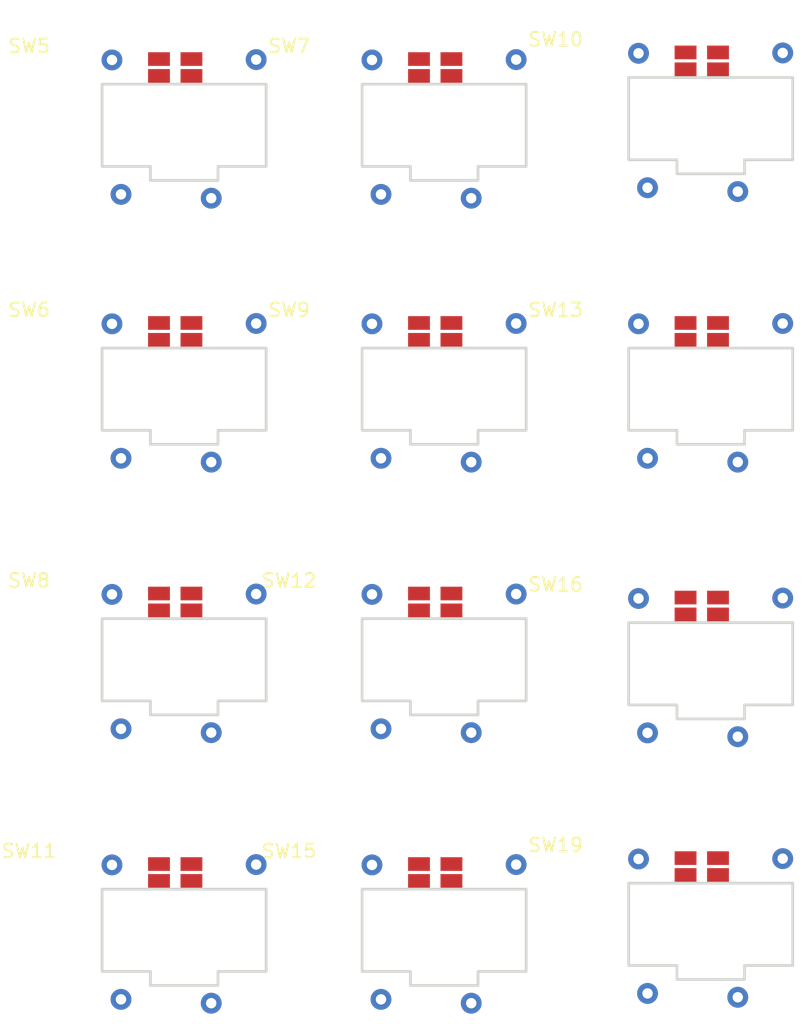
<source format=kicad_pcb>
(kicad_pcb (version 20171130) (host pcbnew "(5.1.6)-1")

  (general
    (thickness 1.6)
    (drawings 0)
    (tracks 0)
    (zones 0)
    (modules 12)
    (nets 1)
  )

  (page A4)
  (layers
    (0 F.Cu signal)
    (31 B.Cu signal)
    (32 B.Adhes user)
    (33 F.Adhes user)
    (34 B.Paste user)
    (35 F.Paste user)
    (36 B.SilkS user)
    (37 F.SilkS user)
    (38 B.Mask user)
    (39 F.Mask user)
    (40 Dwgs.User user)
    (41 Cmts.User user)
    (42 Eco1.User user)
    (43 Eco2.User user)
    (44 Edge.Cuts user)
    (45 Margin user)
    (46 B.CrtYd user)
    (47 F.CrtYd user)
    (48 B.Fab user)
    (49 F.Fab user)
  )

  (setup
    (last_trace_width 0.25)
    (trace_clearance 0.2)
    (zone_clearance 0.508)
    (zone_45_only no)
    (trace_min 0.2)
    (via_size 0.8)
    (via_drill 0.4)
    (via_min_size 0.4)
    (via_min_drill 0.3)
    (uvia_size 0.3)
    (uvia_drill 0.1)
    (uvias_allowed no)
    (uvia_min_size 0.2)
    (uvia_min_drill 0.1)
    (edge_width 0.05)
    (segment_width 0.2)
    (pcb_text_width 0.3)
    (pcb_text_size 1.5 1.5)
    (mod_edge_width 0.12)
    (mod_text_size 1 1)
    (mod_text_width 0.15)
    (pad_size 1.524 1.524)
    (pad_drill 0.762)
    (pad_to_mask_clearance 0.05)
    (aux_axis_origin 0 0)
    (visible_elements FFFFFF7F)
    (pcbplotparams
      (layerselection 0x010fc_ffffffff)
      (usegerberextensions false)
      (usegerberattributes true)
      (usegerberadvancedattributes true)
      (creategerberjobfile true)
      (excludeedgelayer true)
      (linewidth 0.100000)
      (plotframeref false)
      (viasonmask false)
      (mode 1)
      (useauxorigin false)
      (hpglpennumber 1)
      (hpglpenspeed 20)
      (hpglpendiameter 15.000000)
      (psnegative false)
      (psa4output false)
      (plotreference true)
      (plotvalue true)
      (plotinvisibletext false)
      (padsonsilk false)
      (subtractmaskfromsilk false)
      (outputformat 1)
      (mirror false)
      (drillshape 1)
      (scaleselection 1)
      (outputdirectory ""))
  )

  (net 0 "")

  (net_class Default "This is the default net class."
    (clearance 0.2)
    (trace_width 0.25)
    (via_dia 0.8)
    (via_drill 0.4)
    (uvia_dia 0.3)
    (uvia_drill 0.1)
  )

  (module keil:KeilLP (layer F.Cu) (tedit 5F77A015) (tstamp 5F7813BB)
    (at 100.33 49.53)
    (path /5F781BC8)
    (fp_text reference SW5 (at -6.0706 -1.016) (layer F.SilkS)
      (effects (font (size 1 1) (thickness 0.15)))
    )
    (fp_text value 1 (at -6.0706 -3.048) (layer F.Fab)
      (effects (font (size 1 1) (thickness 0.15)))
    )
    (fp_arc (start 11.539877 10.545637) (end 11.539877 11.545637) (angle -90) (layer Dwgs.User) (width 0.2))
    (fp_arc (start -0.960123 -0.954363) (end -0.960123 -1.954363) (angle -90) (layer Dwgs.User) (width 0.2))
    (fp_arc (start -0.960123 10.545637) (end -1.960123 10.545637) (angle -90) (layer Dwgs.User) (width 0.2))
    (fp_arc (start 11.539877 -0.954363) (end 12.539877 -0.954363) (angle -90) (layer Dwgs.User) (width 0.2))
    (fp_line (start 7.760533 7.78795) (end 7.760533 8.810334) (layer Edge.Cuts) (width 0.2))
    (fp_circle (center 0.0026 -0.017581) (end 1.0026 -0.017581) (layer Dwgs.User) (width 0.2))
    (fp_line (start -0.722838 7.78795) (end 2.814898 7.78795) (layer Edge.Cuts) (width 0.2))
    (fp_line (start 11.287006 1.770574) (end 11.287006 7.78795) (layer Edge.Cuts) (width 0.2))
    (fp_line (start 2.814898 7.78795) (end 2.814898 8.810334) (layer Edge.Cuts) (width 0.2))
    (fp_line (start 2.814898 8.810334) (end 7.760533 8.810334) (layer Edge.Cuts) (width 0.2))
    (fp_circle (center 0.666793 9.830114) (end 1.666793 9.830114) (layer Dwgs.User) (width 0.2))
    (fp_circle (center 7.262551 10.111839) (end 8.262551 10.111839) (layer Dwgs.User) (width 0.2))
    (fp_line (start 7.760533 7.78795) (end 11.287006 7.78795) (layer Edge.Cuts) (width 0.2))
    (fp_line (start -0.722838 1.770574) (end 11.287006 1.770574) (layer Edge.Cuts) (width 0.2))
    (fp_line (start -0.722838 1.770574) (end -0.722838 7.78795) (layer Edge.Cuts) (width 0.2))
    (fp_circle (center 10.564704 -0.017581) (end 11.564704 -0.017581) (layer Dwgs.User) (width 0.2))
    (fp_circle (center 0.010393 -0.001206) (end 0.610393 -0.001206) (layer Dwgs.User) (width 0.2))
    (fp_circle (center 10.572497 -0.001206) (end 11.172497 -0.001206) (layer Dwgs.User) (width 0.2))
    (fp_circle (center 7.270344 10.128214) (end 7.870344 10.128214) (layer Dwgs.User) (width 0.2))
    (fp_circle (center 0.674586 9.846489) (end 1.274586 9.846489) (layer Dwgs.User) (width 0.2))
    (fp_line (start -1.960123 -0.954363) (end -1.960123 10.545637) (layer Dwgs.User) (width 0.2))
    (fp_line (start -0.960123 11.545637) (end 11.539877 11.545637) (layer Dwgs.User) (width 0.2))
    (fp_line (start 12.539877 -0.954363) (end 12.539877 10.545637) (layer Dwgs.User) (width 0.2))
    (fp_line (start -0.960123 -1.954363) (end 11.539877 -1.954363) (layer Dwgs.User) (width 0.2))
    (pad 8 smd rect (at 3.4417 1.1684) (size 1.6 1) (layers F.Cu F.Paste F.Mask))
    (pad 7 smd rect (at 5.8166 1.1684) (size 1.6 1) (layers F.Cu F.Paste F.Mask))
    (pad 6 smd rect (at 5.8166 -0.0635) (size 1.6 1) (layers F.Cu F.Paste F.Mask))
    (pad 5 smd rect (at 3.4417 -0.0635) (size 1.6 1) (layers F.Cu F.Paste F.Mask))
    (pad 2 thru_hole circle (at 7.2644 10.1092) (size 1.524 1.524) (drill 0.762) (layers *.Cu *.Mask))
    (pad 1 thru_hole circle (at 0.6604 9.8298) (size 1.524 1.524) (drill 0.762) (layers *.Cu *.Mask))
    (pad 4 thru_hole circle (at 10.5537 -0.0254) (size 1.524 1.524) (drill 0.762) (layers *.Cu *.Mask))
    (pad 3 thru_hole circle (at 0 0) (size 1.524 1.524) (drill 0.762) (layers *.Cu *.Mask))
    (model C:/Users/ccadic/CloudStation/keysfoot/kailhkey.STEP
      (offset (xyz 19 -4 3))
      (scale (xyz 1 1 1))
      (rotate (xyz 90 180 -90))
    )
  )

  (module keil:KeilLP (layer F.Cu) (tedit 5F77A015) (tstamp 5F7813DF)
    (at 100.33 68.824364)
    (path /5F78C101)
    (fp_text reference SW6 (at -6.0706 -1.016) (layer F.SilkS)
      (effects (font (size 1 1) (thickness 0.15)))
    )
    (fp_text value 1 (at -6.0706 -3.048) (layer F.Fab)
      (effects (font (size 1 1) (thickness 0.15)))
    )
    (fp_line (start -0.960123 -1.954363) (end 11.539877 -1.954363) (layer Dwgs.User) (width 0.2))
    (fp_line (start 12.539877 -0.954363) (end 12.539877 10.545637) (layer Dwgs.User) (width 0.2))
    (fp_line (start -0.960123 11.545637) (end 11.539877 11.545637) (layer Dwgs.User) (width 0.2))
    (fp_line (start -1.960123 -0.954363) (end -1.960123 10.545637) (layer Dwgs.User) (width 0.2))
    (fp_circle (center 0.674586 9.846489) (end 1.274586 9.846489) (layer Dwgs.User) (width 0.2))
    (fp_circle (center 7.270344 10.128214) (end 7.870344 10.128214) (layer Dwgs.User) (width 0.2))
    (fp_circle (center 10.572497 -0.001206) (end 11.172497 -0.001206) (layer Dwgs.User) (width 0.2))
    (fp_circle (center 0.010393 -0.001206) (end 0.610393 -0.001206) (layer Dwgs.User) (width 0.2))
    (fp_circle (center 10.564704 -0.017581) (end 11.564704 -0.017581) (layer Dwgs.User) (width 0.2))
    (fp_line (start -0.722838 1.770574) (end -0.722838 7.78795) (layer Edge.Cuts) (width 0.2))
    (fp_line (start -0.722838 1.770574) (end 11.287006 1.770574) (layer Edge.Cuts) (width 0.2))
    (fp_line (start 7.760533 7.78795) (end 11.287006 7.78795) (layer Edge.Cuts) (width 0.2))
    (fp_circle (center 7.262551 10.111839) (end 8.262551 10.111839) (layer Dwgs.User) (width 0.2))
    (fp_circle (center 0.666793 9.830114) (end 1.666793 9.830114) (layer Dwgs.User) (width 0.2))
    (fp_line (start 2.814898 8.810334) (end 7.760533 8.810334) (layer Edge.Cuts) (width 0.2))
    (fp_line (start 2.814898 7.78795) (end 2.814898 8.810334) (layer Edge.Cuts) (width 0.2))
    (fp_line (start 11.287006 1.770574) (end 11.287006 7.78795) (layer Edge.Cuts) (width 0.2))
    (fp_line (start -0.722838 7.78795) (end 2.814898 7.78795) (layer Edge.Cuts) (width 0.2))
    (fp_circle (center 0.0026 -0.017581) (end 1.0026 -0.017581) (layer Dwgs.User) (width 0.2))
    (fp_line (start 7.760533 7.78795) (end 7.760533 8.810334) (layer Edge.Cuts) (width 0.2))
    (fp_arc (start 11.539877 -0.954363) (end 12.539877 -0.954363) (angle -90) (layer Dwgs.User) (width 0.2))
    (fp_arc (start -0.960123 10.545637) (end -1.960123 10.545637) (angle -90) (layer Dwgs.User) (width 0.2))
    (fp_arc (start -0.960123 -0.954363) (end -0.960123 -1.954363) (angle -90) (layer Dwgs.User) (width 0.2))
    (fp_arc (start 11.539877 10.545637) (end 11.539877 11.545637) (angle -90) (layer Dwgs.User) (width 0.2))
    (pad 3 thru_hole circle (at 0 0) (size 1.524 1.524) (drill 0.762) (layers *.Cu *.Mask))
    (pad 4 thru_hole circle (at 10.5537 -0.0254) (size 1.524 1.524) (drill 0.762) (layers *.Cu *.Mask))
    (pad 1 thru_hole circle (at 0.6604 9.8298) (size 1.524 1.524) (drill 0.762) (layers *.Cu *.Mask))
    (pad 2 thru_hole circle (at 7.2644 10.1092) (size 1.524 1.524) (drill 0.762) (layers *.Cu *.Mask))
    (pad 5 smd rect (at 3.4417 -0.0635) (size 1.6 1) (layers F.Cu F.Paste F.Mask))
    (pad 6 smd rect (at 5.8166 -0.0635) (size 1.6 1) (layers F.Cu F.Paste F.Mask))
    (pad 7 smd rect (at 5.8166 1.1684) (size 1.6 1) (layers F.Cu F.Paste F.Mask))
    (pad 8 smd rect (at 3.4417 1.1684) (size 1.6 1) (layers F.Cu F.Paste F.Mask))
    (model C:/Users/ccadic/CloudStation/keysfoot/kailhkey.STEP
      (offset (xyz 19 -4 3))
      (scale (xyz 1 1 1))
      (rotate (xyz 90 180 -90))
    )
  )

  (module keil:KeilLP (layer F.Cu) (tedit 5F77A015) (tstamp 5F781403)
    (at 119.360124 49.53)
    (path /5F78C151)
    (fp_text reference SW7 (at -6.0706 -1.016) (layer F.SilkS)
      (effects (font (size 1 1) (thickness 0.15)))
    )
    (fp_text value 1 (at -6.0706 -3.048) (layer F.Fab)
      (effects (font (size 1 1) (thickness 0.15)))
    )
    (fp_line (start -0.960123 -1.954363) (end 11.539877 -1.954363) (layer Dwgs.User) (width 0.2))
    (fp_line (start 12.539877 -0.954363) (end 12.539877 10.545637) (layer Dwgs.User) (width 0.2))
    (fp_line (start -0.960123 11.545637) (end 11.539877 11.545637) (layer Dwgs.User) (width 0.2))
    (fp_line (start -1.960123 -0.954363) (end -1.960123 10.545637) (layer Dwgs.User) (width 0.2))
    (fp_circle (center 0.674586 9.846489) (end 1.274586 9.846489) (layer Dwgs.User) (width 0.2))
    (fp_circle (center 7.270344 10.128214) (end 7.870344 10.128214) (layer Dwgs.User) (width 0.2))
    (fp_circle (center 10.572497 -0.001206) (end 11.172497 -0.001206) (layer Dwgs.User) (width 0.2))
    (fp_circle (center 0.010393 -0.001206) (end 0.610393 -0.001206) (layer Dwgs.User) (width 0.2))
    (fp_circle (center 10.564704 -0.017581) (end 11.564704 -0.017581) (layer Dwgs.User) (width 0.2))
    (fp_line (start -0.722838 1.770574) (end -0.722838 7.78795) (layer Edge.Cuts) (width 0.2))
    (fp_line (start -0.722838 1.770574) (end 11.287006 1.770574) (layer Edge.Cuts) (width 0.2))
    (fp_line (start 7.760533 7.78795) (end 11.287006 7.78795) (layer Edge.Cuts) (width 0.2))
    (fp_circle (center 7.262551 10.111839) (end 8.262551 10.111839) (layer Dwgs.User) (width 0.2))
    (fp_circle (center 0.666793 9.830114) (end 1.666793 9.830114) (layer Dwgs.User) (width 0.2))
    (fp_line (start 2.814898 8.810334) (end 7.760533 8.810334) (layer Edge.Cuts) (width 0.2))
    (fp_line (start 2.814898 7.78795) (end 2.814898 8.810334) (layer Edge.Cuts) (width 0.2))
    (fp_line (start 11.287006 1.770574) (end 11.287006 7.78795) (layer Edge.Cuts) (width 0.2))
    (fp_line (start -0.722838 7.78795) (end 2.814898 7.78795) (layer Edge.Cuts) (width 0.2))
    (fp_circle (center 0.0026 -0.017581) (end 1.0026 -0.017581) (layer Dwgs.User) (width 0.2))
    (fp_line (start 7.760533 7.78795) (end 7.760533 8.810334) (layer Edge.Cuts) (width 0.2))
    (fp_arc (start 11.539877 -0.954363) (end 12.539877 -0.954363) (angle -90) (layer Dwgs.User) (width 0.2))
    (fp_arc (start -0.960123 10.545637) (end -1.960123 10.545637) (angle -90) (layer Dwgs.User) (width 0.2))
    (fp_arc (start -0.960123 -0.954363) (end -0.960123 -1.954363) (angle -90) (layer Dwgs.User) (width 0.2))
    (fp_arc (start 11.539877 10.545637) (end 11.539877 11.545637) (angle -90) (layer Dwgs.User) (width 0.2))
    (pad 3 thru_hole circle (at 0 0) (size 1.524 1.524) (drill 0.762) (layers *.Cu *.Mask))
    (pad 4 thru_hole circle (at 10.5537 -0.0254) (size 1.524 1.524) (drill 0.762) (layers *.Cu *.Mask))
    (pad 1 thru_hole circle (at 0.6604 9.8298) (size 1.524 1.524) (drill 0.762) (layers *.Cu *.Mask))
    (pad 2 thru_hole circle (at 7.2644 10.1092) (size 1.524 1.524) (drill 0.762) (layers *.Cu *.Mask))
    (pad 5 smd rect (at 3.4417 -0.0635) (size 1.6 1) (layers F.Cu F.Paste F.Mask))
    (pad 6 smd rect (at 5.8166 -0.0635) (size 1.6 1) (layers F.Cu F.Paste F.Mask))
    (pad 7 smd rect (at 5.8166 1.1684) (size 1.6 1) (layers F.Cu F.Paste F.Mask))
    (pad 8 smd rect (at 3.4417 1.1684) (size 1.6 1) (layers F.Cu F.Paste F.Mask))
    (model C:/Users/ccadic/CloudStation/keysfoot/kailhkey.STEP
      (offset (xyz 19 -4 3))
      (scale (xyz 1 1 1))
      (rotate (xyz 90 180 -90))
    )
  )

  (module keil:KeilLP (layer F.Cu) (tedit 5F77A015) (tstamp 5F781427)
    (at 100.33 88.604364)
    (path /5F781BD2)
    (fp_text reference SW8 (at -6.0706 -1.016) (layer F.SilkS)
      (effects (font (size 1 1) (thickness 0.15)))
    )
    (fp_text value 2 (at -6.0706 -3.048) (layer F.Fab)
      (effects (font (size 1 1) (thickness 0.15)))
    )
    (fp_line (start -0.960123 -1.954363) (end 11.539877 -1.954363) (layer Dwgs.User) (width 0.2))
    (fp_line (start 12.539877 -0.954363) (end 12.539877 10.545637) (layer Dwgs.User) (width 0.2))
    (fp_line (start -0.960123 11.545637) (end 11.539877 11.545637) (layer Dwgs.User) (width 0.2))
    (fp_line (start -1.960123 -0.954363) (end -1.960123 10.545637) (layer Dwgs.User) (width 0.2))
    (fp_circle (center 0.674586 9.846489) (end 1.274586 9.846489) (layer Dwgs.User) (width 0.2))
    (fp_circle (center 7.270344 10.128214) (end 7.870344 10.128214) (layer Dwgs.User) (width 0.2))
    (fp_circle (center 10.572497 -0.001206) (end 11.172497 -0.001206) (layer Dwgs.User) (width 0.2))
    (fp_circle (center 0.010393 -0.001206) (end 0.610393 -0.001206) (layer Dwgs.User) (width 0.2))
    (fp_circle (center 10.564704 -0.017581) (end 11.564704 -0.017581) (layer Dwgs.User) (width 0.2))
    (fp_line (start -0.722838 1.770574) (end -0.722838 7.78795) (layer Edge.Cuts) (width 0.2))
    (fp_line (start -0.722838 1.770574) (end 11.287006 1.770574) (layer Edge.Cuts) (width 0.2))
    (fp_line (start 7.760533 7.78795) (end 11.287006 7.78795) (layer Edge.Cuts) (width 0.2))
    (fp_circle (center 7.262551 10.111839) (end 8.262551 10.111839) (layer Dwgs.User) (width 0.2))
    (fp_circle (center 0.666793 9.830114) (end 1.666793 9.830114) (layer Dwgs.User) (width 0.2))
    (fp_line (start 2.814898 8.810334) (end 7.760533 8.810334) (layer Edge.Cuts) (width 0.2))
    (fp_line (start 2.814898 7.78795) (end 2.814898 8.810334) (layer Edge.Cuts) (width 0.2))
    (fp_line (start 11.287006 1.770574) (end 11.287006 7.78795) (layer Edge.Cuts) (width 0.2))
    (fp_line (start -0.722838 7.78795) (end 2.814898 7.78795) (layer Edge.Cuts) (width 0.2))
    (fp_circle (center 0.0026 -0.017581) (end 1.0026 -0.017581) (layer Dwgs.User) (width 0.2))
    (fp_line (start 7.760533 7.78795) (end 7.760533 8.810334) (layer Edge.Cuts) (width 0.2))
    (fp_arc (start 11.539877 -0.954363) (end 12.539877 -0.954363) (angle -90) (layer Dwgs.User) (width 0.2))
    (fp_arc (start -0.960123 10.545637) (end -1.960123 10.545637) (angle -90) (layer Dwgs.User) (width 0.2))
    (fp_arc (start -0.960123 -0.954363) (end -0.960123 -1.954363) (angle -90) (layer Dwgs.User) (width 0.2))
    (fp_arc (start 11.539877 10.545637) (end 11.539877 11.545637) (angle -90) (layer Dwgs.User) (width 0.2))
    (pad 3 thru_hole circle (at 0 0) (size 1.524 1.524) (drill 0.762) (layers *.Cu *.Mask))
    (pad 4 thru_hole circle (at 10.5537 -0.0254) (size 1.524 1.524) (drill 0.762) (layers *.Cu *.Mask))
    (pad 1 thru_hole circle (at 0.6604 9.8298) (size 1.524 1.524) (drill 0.762) (layers *.Cu *.Mask))
    (pad 2 thru_hole circle (at 7.2644 10.1092) (size 1.524 1.524) (drill 0.762) (layers *.Cu *.Mask))
    (pad 5 smd rect (at 3.4417 -0.0635) (size 1.6 1) (layers F.Cu F.Paste F.Mask))
    (pad 6 smd rect (at 5.8166 -0.0635) (size 1.6 1) (layers F.Cu F.Paste F.Mask))
    (pad 7 smd rect (at 5.8166 1.1684) (size 1.6 1) (layers F.Cu F.Paste F.Mask))
    (pad 8 smd rect (at 3.4417 1.1684) (size 1.6 1) (layers F.Cu F.Paste F.Mask))
    (model C:/Users/ccadic/CloudStation/keysfoot/kailhkey.STEP
      (offset (xyz 19 -4 3))
      (scale (xyz 1 1 1))
      (rotate (xyz 90 180 -90))
    )
  )

  (module keil:KeilLP (layer F.Cu) (tedit 5F77A015) (tstamp 5F78144B)
    (at 119.360124 68.824364)
    (path /5F78C10B)
    (fp_text reference SW9 (at -6.0706 -1.016) (layer F.SilkS)
      (effects (font (size 1 1) (thickness 0.15)))
    )
    (fp_text value 2 (at -6.0706 -3.048) (layer F.Fab)
      (effects (font (size 1 1) (thickness 0.15)))
    )
    (fp_arc (start 11.539877 10.545637) (end 11.539877 11.545637) (angle -90) (layer Dwgs.User) (width 0.2))
    (fp_arc (start -0.960123 -0.954363) (end -0.960123 -1.954363) (angle -90) (layer Dwgs.User) (width 0.2))
    (fp_arc (start -0.960123 10.545637) (end -1.960123 10.545637) (angle -90) (layer Dwgs.User) (width 0.2))
    (fp_arc (start 11.539877 -0.954363) (end 12.539877 -0.954363) (angle -90) (layer Dwgs.User) (width 0.2))
    (fp_line (start 7.760533 7.78795) (end 7.760533 8.810334) (layer Edge.Cuts) (width 0.2))
    (fp_circle (center 0.0026 -0.017581) (end 1.0026 -0.017581) (layer Dwgs.User) (width 0.2))
    (fp_line (start -0.722838 7.78795) (end 2.814898 7.78795) (layer Edge.Cuts) (width 0.2))
    (fp_line (start 11.287006 1.770574) (end 11.287006 7.78795) (layer Edge.Cuts) (width 0.2))
    (fp_line (start 2.814898 7.78795) (end 2.814898 8.810334) (layer Edge.Cuts) (width 0.2))
    (fp_line (start 2.814898 8.810334) (end 7.760533 8.810334) (layer Edge.Cuts) (width 0.2))
    (fp_circle (center 0.666793 9.830114) (end 1.666793 9.830114) (layer Dwgs.User) (width 0.2))
    (fp_circle (center 7.262551 10.111839) (end 8.262551 10.111839) (layer Dwgs.User) (width 0.2))
    (fp_line (start 7.760533 7.78795) (end 11.287006 7.78795) (layer Edge.Cuts) (width 0.2))
    (fp_line (start -0.722838 1.770574) (end 11.287006 1.770574) (layer Edge.Cuts) (width 0.2))
    (fp_line (start -0.722838 1.770574) (end -0.722838 7.78795) (layer Edge.Cuts) (width 0.2))
    (fp_circle (center 10.564704 -0.017581) (end 11.564704 -0.017581) (layer Dwgs.User) (width 0.2))
    (fp_circle (center 0.010393 -0.001206) (end 0.610393 -0.001206) (layer Dwgs.User) (width 0.2))
    (fp_circle (center 10.572497 -0.001206) (end 11.172497 -0.001206) (layer Dwgs.User) (width 0.2))
    (fp_circle (center 7.270344 10.128214) (end 7.870344 10.128214) (layer Dwgs.User) (width 0.2))
    (fp_circle (center 0.674586 9.846489) (end 1.274586 9.846489) (layer Dwgs.User) (width 0.2))
    (fp_line (start -1.960123 -0.954363) (end -1.960123 10.545637) (layer Dwgs.User) (width 0.2))
    (fp_line (start -0.960123 11.545637) (end 11.539877 11.545637) (layer Dwgs.User) (width 0.2))
    (fp_line (start 12.539877 -0.954363) (end 12.539877 10.545637) (layer Dwgs.User) (width 0.2))
    (fp_line (start -0.960123 -1.954363) (end 11.539877 -1.954363) (layer Dwgs.User) (width 0.2))
    (pad 8 smd rect (at 3.4417 1.1684) (size 1.6 1) (layers F.Cu F.Paste F.Mask))
    (pad 7 smd rect (at 5.8166 1.1684) (size 1.6 1) (layers F.Cu F.Paste F.Mask))
    (pad 6 smd rect (at 5.8166 -0.0635) (size 1.6 1) (layers F.Cu F.Paste F.Mask))
    (pad 5 smd rect (at 3.4417 -0.0635) (size 1.6 1) (layers F.Cu F.Paste F.Mask))
    (pad 2 thru_hole circle (at 7.2644 10.1092) (size 1.524 1.524) (drill 0.762) (layers *.Cu *.Mask))
    (pad 1 thru_hole circle (at 0.6604 9.8298) (size 1.524 1.524) (drill 0.762) (layers *.Cu *.Mask))
    (pad 4 thru_hole circle (at 10.5537 -0.0254) (size 1.524 1.524) (drill 0.762) (layers *.Cu *.Mask))
    (pad 3 thru_hole circle (at 0 0) (size 1.524 1.524) (drill 0.762) (layers *.Cu *.Mask))
    (model C:/Users/ccadic/CloudStation/keysfoot/kailhkey.STEP
      (offset (xyz 19 -4 3))
      (scale (xyz 1 1 1))
      (rotate (xyz 90 180 -90))
    )
  )

  (module keil:KeilLP (layer F.Cu) (tedit 5F77A015) (tstamp 5F78146F)
    (at 138.870124 49.044364)
    (path /5F78C15B)
    (fp_text reference SW10 (at -6.0706 -1.016) (layer F.SilkS)
      (effects (font (size 1 1) (thickness 0.15)))
    )
    (fp_text value 2 (at -6.0706 -3.048) (layer F.Fab)
      (effects (font (size 1 1) (thickness 0.15)))
    )
    (fp_arc (start 11.539877 10.545637) (end 11.539877 11.545637) (angle -90) (layer Dwgs.User) (width 0.2))
    (fp_arc (start -0.960123 -0.954363) (end -0.960123 -1.954363) (angle -90) (layer Dwgs.User) (width 0.2))
    (fp_arc (start -0.960123 10.545637) (end -1.960123 10.545637) (angle -90) (layer Dwgs.User) (width 0.2))
    (fp_arc (start 11.539877 -0.954363) (end 12.539877 -0.954363) (angle -90) (layer Dwgs.User) (width 0.2))
    (fp_line (start 7.760533 7.78795) (end 7.760533 8.810334) (layer Edge.Cuts) (width 0.2))
    (fp_circle (center 0.0026 -0.017581) (end 1.0026 -0.017581) (layer Dwgs.User) (width 0.2))
    (fp_line (start -0.722838 7.78795) (end 2.814898 7.78795) (layer Edge.Cuts) (width 0.2))
    (fp_line (start 11.287006 1.770574) (end 11.287006 7.78795) (layer Edge.Cuts) (width 0.2))
    (fp_line (start 2.814898 7.78795) (end 2.814898 8.810334) (layer Edge.Cuts) (width 0.2))
    (fp_line (start 2.814898 8.810334) (end 7.760533 8.810334) (layer Edge.Cuts) (width 0.2))
    (fp_circle (center 0.666793 9.830114) (end 1.666793 9.830114) (layer Dwgs.User) (width 0.2))
    (fp_circle (center 7.262551 10.111839) (end 8.262551 10.111839) (layer Dwgs.User) (width 0.2))
    (fp_line (start 7.760533 7.78795) (end 11.287006 7.78795) (layer Edge.Cuts) (width 0.2))
    (fp_line (start -0.722838 1.770574) (end 11.287006 1.770574) (layer Edge.Cuts) (width 0.2))
    (fp_line (start -0.722838 1.770574) (end -0.722838 7.78795) (layer Edge.Cuts) (width 0.2))
    (fp_circle (center 10.564704 -0.017581) (end 11.564704 -0.017581) (layer Dwgs.User) (width 0.2))
    (fp_circle (center 0.010393 -0.001206) (end 0.610393 -0.001206) (layer Dwgs.User) (width 0.2))
    (fp_circle (center 10.572497 -0.001206) (end 11.172497 -0.001206) (layer Dwgs.User) (width 0.2))
    (fp_circle (center 7.270344 10.128214) (end 7.870344 10.128214) (layer Dwgs.User) (width 0.2))
    (fp_circle (center 0.674586 9.846489) (end 1.274586 9.846489) (layer Dwgs.User) (width 0.2))
    (fp_line (start -1.960123 -0.954363) (end -1.960123 10.545637) (layer Dwgs.User) (width 0.2))
    (fp_line (start -0.960123 11.545637) (end 11.539877 11.545637) (layer Dwgs.User) (width 0.2))
    (fp_line (start 12.539877 -0.954363) (end 12.539877 10.545637) (layer Dwgs.User) (width 0.2))
    (fp_line (start -0.960123 -1.954363) (end 11.539877 -1.954363) (layer Dwgs.User) (width 0.2))
    (pad 8 smd rect (at 3.4417 1.1684) (size 1.6 1) (layers F.Cu F.Paste F.Mask))
    (pad 7 smd rect (at 5.8166 1.1684) (size 1.6 1) (layers F.Cu F.Paste F.Mask))
    (pad 6 smd rect (at 5.8166 -0.0635) (size 1.6 1) (layers F.Cu F.Paste F.Mask))
    (pad 5 smd rect (at 3.4417 -0.0635) (size 1.6 1) (layers F.Cu F.Paste F.Mask))
    (pad 2 thru_hole circle (at 7.2644 10.1092) (size 1.524 1.524) (drill 0.762) (layers *.Cu *.Mask))
    (pad 1 thru_hole circle (at 0.6604 9.8298) (size 1.524 1.524) (drill 0.762) (layers *.Cu *.Mask))
    (pad 4 thru_hole circle (at 10.5537 -0.0254) (size 1.524 1.524) (drill 0.762) (layers *.Cu *.Mask))
    (pad 3 thru_hole circle (at 0 0) (size 1.524 1.524) (drill 0.762) (layers *.Cu *.Mask))
    (model C:/Users/ccadic/CloudStation/keysfoot/kailhkey.STEP
      (offset (xyz 19 -4 3))
      (scale (xyz 1 1 1))
      (rotate (xyz 90 180 -90))
    )
  )

  (module keil:KeilLP (layer F.Cu) (tedit 5F77A015) (tstamp 5F781493)
    (at 100.33 108.384364)
    (path /5F781BDC)
    (fp_text reference SW11 (at -6.0706 -1.016) (layer F.SilkS)
      (effects (font (size 1 1) (thickness 0.15)))
    )
    (fp_text value 3 (at -6.0706 -3.048) (layer F.Fab)
      (effects (font (size 1 1) (thickness 0.15)))
    )
    (fp_arc (start 11.539877 10.545637) (end 11.539877 11.545637) (angle -90) (layer Dwgs.User) (width 0.2))
    (fp_arc (start -0.960123 -0.954363) (end -0.960123 -1.954363) (angle -90) (layer Dwgs.User) (width 0.2))
    (fp_arc (start -0.960123 10.545637) (end -1.960123 10.545637) (angle -90) (layer Dwgs.User) (width 0.2))
    (fp_arc (start 11.539877 -0.954363) (end 12.539877 -0.954363) (angle -90) (layer Dwgs.User) (width 0.2))
    (fp_line (start 7.760533 7.78795) (end 7.760533 8.810334) (layer Edge.Cuts) (width 0.2))
    (fp_circle (center 0.0026 -0.017581) (end 1.0026 -0.017581) (layer Dwgs.User) (width 0.2))
    (fp_line (start -0.722838 7.78795) (end 2.814898 7.78795) (layer Edge.Cuts) (width 0.2))
    (fp_line (start 11.287006 1.770574) (end 11.287006 7.78795) (layer Edge.Cuts) (width 0.2))
    (fp_line (start 2.814898 7.78795) (end 2.814898 8.810334) (layer Edge.Cuts) (width 0.2))
    (fp_line (start 2.814898 8.810334) (end 7.760533 8.810334) (layer Edge.Cuts) (width 0.2))
    (fp_circle (center 0.666793 9.830114) (end 1.666793 9.830114) (layer Dwgs.User) (width 0.2))
    (fp_circle (center 7.262551 10.111839) (end 8.262551 10.111839) (layer Dwgs.User) (width 0.2))
    (fp_line (start 7.760533 7.78795) (end 11.287006 7.78795) (layer Edge.Cuts) (width 0.2))
    (fp_line (start -0.722838 1.770574) (end 11.287006 1.770574) (layer Edge.Cuts) (width 0.2))
    (fp_line (start -0.722838 1.770574) (end -0.722838 7.78795) (layer Edge.Cuts) (width 0.2))
    (fp_circle (center 10.564704 -0.017581) (end 11.564704 -0.017581) (layer Dwgs.User) (width 0.2))
    (fp_circle (center 0.010393 -0.001206) (end 0.610393 -0.001206) (layer Dwgs.User) (width 0.2))
    (fp_circle (center 10.572497 -0.001206) (end 11.172497 -0.001206) (layer Dwgs.User) (width 0.2))
    (fp_circle (center 7.270344 10.128214) (end 7.870344 10.128214) (layer Dwgs.User) (width 0.2))
    (fp_circle (center 0.674586 9.846489) (end 1.274586 9.846489) (layer Dwgs.User) (width 0.2))
    (fp_line (start -1.960123 -0.954363) (end -1.960123 10.545637) (layer Dwgs.User) (width 0.2))
    (fp_line (start -0.960123 11.545637) (end 11.539877 11.545637) (layer Dwgs.User) (width 0.2))
    (fp_line (start 12.539877 -0.954363) (end 12.539877 10.545637) (layer Dwgs.User) (width 0.2))
    (fp_line (start -0.960123 -1.954363) (end 11.539877 -1.954363) (layer Dwgs.User) (width 0.2))
    (pad 8 smd rect (at 3.4417 1.1684) (size 1.6 1) (layers F.Cu F.Paste F.Mask))
    (pad 7 smd rect (at 5.8166 1.1684) (size 1.6 1) (layers F.Cu F.Paste F.Mask))
    (pad 6 smd rect (at 5.8166 -0.0635) (size 1.6 1) (layers F.Cu F.Paste F.Mask))
    (pad 5 smd rect (at 3.4417 -0.0635) (size 1.6 1) (layers F.Cu F.Paste F.Mask))
    (pad 2 thru_hole circle (at 7.2644 10.1092) (size 1.524 1.524) (drill 0.762) (layers *.Cu *.Mask))
    (pad 1 thru_hole circle (at 0.6604 9.8298) (size 1.524 1.524) (drill 0.762) (layers *.Cu *.Mask))
    (pad 4 thru_hole circle (at 10.5537 -0.0254) (size 1.524 1.524) (drill 0.762) (layers *.Cu *.Mask))
    (pad 3 thru_hole circle (at 0 0) (size 1.524 1.524) (drill 0.762) (layers *.Cu *.Mask))
    (model C:/Users/ccadic/CloudStation/keysfoot/kailhkey.STEP
      (offset (xyz 19 -4 3))
      (scale (xyz 1 1 1))
      (rotate (xyz 90 180 -90))
    )
  )

  (module keil:KeilLP (layer F.Cu) (tedit 5F77A015) (tstamp 5F7814B7)
    (at 119.360124 88.604364)
    (path /5F78C115)
    (fp_text reference SW12 (at -6.0706 -1.016) (layer F.SilkS)
      (effects (font (size 1 1) (thickness 0.15)))
    )
    (fp_text value 3 (at -6.0706 -3.048) (layer F.Fab)
      (effects (font (size 1 1) (thickness 0.15)))
    )
    (fp_line (start -0.960123 -1.954363) (end 11.539877 -1.954363) (layer Dwgs.User) (width 0.2))
    (fp_line (start 12.539877 -0.954363) (end 12.539877 10.545637) (layer Dwgs.User) (width 0.2))
    (fp_line (start -0.960123 11.545637) (end 11.539877 11.545637) (layer Dwgs.User) (width 0.2))
    (fp_line (start -1.960123 -0.954363) (end -1.960123 10.545637) (layer Dwgs.User) (width 0.2))
    (fp_circle (center 0.674586 9.846489) (end 1.274586 9.846489) (layer Dwgs.User) (width 0.2))
    (fp_circle (center 7.270344 10.128214) (end 7.870344 10.128214) (layer Dwgs.User) (width 0.2))
    (fp_circle (center 10.572497 -0.001206) (end 11.172497 -0.001206) (layer Dwgs.User) (width 0.2))
    (fp_circle (center 0.010393 -0.001206) (end 0.610393 -0.001206) (layer Dwgs.User) (width 0.2))
    (fp_circle (center 10.564704 -0.017581) (end 11.564704 -0.017581) (layer Dwgs.User) (width 0.2))
    (fp_line (start -0.722838 1.770574) (end -0.722838 7.78795) (layer Edge.Cuts) (width 0.2))
    (fp_line (start -0.722838 1.770574) (end 11.287006 1.770574) (layer Edge.Cuts) (width 0.2))
    (fp_line (start 7.760533 7.78795) (end 11.287006 7.78795) (layer Edge.Cuts) (width 0.2))
    (fp_circle (center 7.262551 10.111839) (end 8.262551 10.111839) (layer Dwgs.User) (width 0.2))
    (fp_circle (center 0.666793 9.830114) (end 1.666793 9.830114) (layer Dwgs.User) (width 0.2))
    (fp_line (start 2.814898 8.810334) (end 7.760533 8.810334) (layer Edge.Cuts) (width 0.2))
    (fp_line (start 2.814898 7.78795) (end 2.814898 8.810334) (layer Edge.Cuts) (width 0.2))
    (fp_line (start 11.287006 1.770574) (end 11.287006 7.78795) (layer Edge.Cuts) (width 0.2))
    (fp_line (start -0.722838 7.78795) (end 2.814898 7.78795) (layer Edge.Cuts) (width 0.2))
    (fp_circle (center 0.0026 -0.017581) (end 1.0026 -0.017581) (layer Dwgs.User) (width 0.2))
    (fp_line (start 7.760533 7.78795) (end 7.760533 8.810334) (layer Edge.Cuts) (width 0.2))
    (fp_arc (start 11.539877 -0.954363) (end 12.539877 -0.954363) (angle -90) (layer Dwgs.User) (width 0.2))
    (fp_arc (start -0.960123 10.545637) (end -1.960123 10.545637) (angle -90) (layer Dwgs.User) (width 0.2))
    (fp_arc (start -0.960123 -0.954363) (end -0.960123 -1.954363) (angle -90) (layer Dwgs.User) (width 0.2))
    (fp_arc (start 11.539877 10.545637) (end 11.539877 11.545637) (angle -90) (layer Dwgs.User) (width 0.2))
    (pad 3 thru_hole circle (at 0 0) (size 1.524 1.524) (drill 0.762) (layers *.Cu *.Mask))
    (pad 4 thru_hole circle (at 10.5537 -0.0254) (size 1.524 1.524) (drill 0.762) (layers *.Cu *.Mask))
    (pad 1 thru_hole circle (at 0.6604 9.8298) (size 1.524 1.524) (drill 0.762) (layers *.Cu *.Mask))
    (pad 2 thru_hole circle (at 7.2644 10.1092) (size 1.524 1.524) (drill 0.762) (layers *.Cu *.Mask))
    (pad 5 smd rect (at 3.4417 -0.0635) (size 1.6 1) (layers F.Cu F.Paste F.Mask))
    (pad 6 smd rect (at 5.8166 -0.0635) (size 1.6 1) (layers F.Cu F.Paste F.Mask))
    (pad 7 smd rect (at 5.8166 1.1684) (size 1.6 1) (layers F.Cu F.Paste F.Mask))
    (pad 8 smd rect (at 3.4417 1.1684) (size 1.6 1) (layers F.Cu F.Paste F.Mask))
    (model C:/Users/ccadic/CloudStation/keysfoot/kailhkey.STEP
      (offset (xyz 19 -4 3))
      (scale (xyz 1 1 1))
      (rotate (xyz 90 180 -90))
    )
  )

  (module keil:KeilLP (layer F.Cu) (tedit 5F77A015) (tstamp 5F7814DB)
    (at 138.870124 68.824364)
    (path /5F78C165)
    (fp_text reference SW13 (at -6.0706 -1.016) (layer F.SilkS)
      (effects (font (size 1 1) (thickness 0.15)))
    )
    (fp_text value 3 (at -6.0706 -3.048) (layer F.Fab)
      (effects (font (size 1 1) (thickness 0.15)))
    )
    (fp_line (start -0.960123 -1.954363) (end 11.539877 -1.954363) (layer Dwgs.User) (width 0.2))
    (fp_line (start 12.539877 -0.954363) (end 12.539877 10.545637) (layer Dwgs.User) (width 0.2))
    (fp_line (start -0.960123 11.545637) (end 11.539877 11.545637) (layer Dwgs.User) (width 0.2))
    (fp_line (start -1.960123 -0.954363) (end -1.960123 10.545637) (layer Dwgs.User) (width 0.2))
    (fp_circle (center 0.674586 9.846489) (end 1.274586 9.846489) (layer Dwgs.User) (width 0.2))
    (fp_circle (center 7.270344 10.128214) (end 7.870344 10.128214) (layer Dwgs.User) (width 0.2))
    (fp_circle (center 10.572497 -0.001206) (end 11.172497 -0.001206) (layer Dwgs.User) (width 0.2))
    (fp_circle (center 0.010393 -0.001206) (end 0.610393 -0.001206) (layer Dwgs.User) (width 0.2))
    (fp_circle (center 10.564704 -0.017581) (end 11.564704 -0.017581) (layer Dwgs.User) (width 0.2))
    (fp_line (start -0.722838 1.770574) (end -0.722838 7.78795) (layer Edge.Cuts) (width 0.2))
    (fp_line (start -0.722838 1.770574) (end 11.287006 1.770574) (layer Edge.Cuts) (width 0.2))
    (fp_line (start 7.760533 7.78795) (end 11.287006 7.78795) (layer Edge.Cuts) (width 0.2))
    (fp_circle (center 7.262551 10.111839) (end 8.262551 10.111839) (layer Dwgs.User) (width 0.2))
    (fp_circle (center 0.666793 9.830114) (end 1.666793 9.830114) (layer Dwgs.User) (width 0.2))
    (fp_line (start 2.814898 8.810334) (end 7.760533 8.810334) (layer Edge.Cuts) (width 0.2))
    (fp_line (start 2.814898 7.78795) (end 2.814898 8.810334) (layer Edge.Cuts) (width 0.2))
    (fp_line (start 11.287006 1.770574) (end 11.287006 7.78795) (layer Edge.Cuts) (width 0.2))
    (fp_line (start -0.722838 7.78795) (end 2.814898 7.78795) (layer Edge.Cuts) (width 0.2))
    (fp_circle (center 0.0026 -0.017581) (end 1.0026 -0.017581) (layer Dwgs.User) (width 0.2))
    (fp_line (start 7.760533 7.78795) (end 7.760533 8.810334) (layer Edge.Cuts) (width 0.2))
    (fp_arc (start 11.539877 -0.954363) (end 12.539877 -0.954363) (angle -90) (layer Dwgs.User) (width 0.2))
    (fp_arc (start -0.960123 10.545637) (end -1.960123 10.545637) (angle -90) (layer Dwgs.User) (width 0.2))
    (fp_arc (start -0.960123 -0.954363) (end -0.960123 -1.954363) (angle -90) (layer Dwgs.User) (width 0.2))
    (fp_arc (start 11.539877 10.545637) (end 11.539877 11.545637) (angle -90) (layer Dwgs.User) (width 0.2))
    (pad 3 thru_hole circle (at 0 0) (size 1.524 1.524) (drill 0.762) (layers *.Cu *.Mask))
    (pad 4 thru_hole circle (at 10.5537 -0.0254) (size 1.524 1.524) (drill 0.762) (layers *.Cu *.Mask))
    (pad 1 thru_hole circle (at 0.6604 9.8298) (size 1.524 1.524) (drill 0.762) (layers *.Cu *.Mask))
    (pad 2 thru_hole circle (at 7.2644 10.1092) (size 1.524 1.524) (drill 0.762) (layers *.Cu *.Mask))
    (pad 5 smd rect (at 3.4417 -0.0635) (size 1.6 1) (layers F.Cu F.Paste F.Mask))
    (pad 6 smd rect (at 5.8166 -0.0635) (size 1.6 1) (layers F.Cu F.Paste F.Mask))
    (pad 7 smd rect (at 5.8166 1.1684) (size 1.6 1) (layers F.Cu F.Paste F.Mask))
    (pad 8 smd rect (at 3.4417 1.1684) (size 1.6 1) (layers F.Cu F.Paste F.Mask))
    (model C:/Users/ccadic/CloudStation/keysfoot/kailhkey.STEP
      (offset (xyz 19 -4 3))
      (scale (xyz 1 1 1))
      (rotate (xyz 90 180 -90))
    )
  )

  (module keil:KeilLP (layer F.Cu) (tedit 5F77A015) (tstamp 5F781523)
    (at 119.360124 108.384364)
    (path /5F78C11F)
    (fp_text reference SW15 (at -6.0706 -1.016) (layer F.SilkS)
      (effects (font (size 1 1) (thickness 0.15)))
    )
    (fp_text value 4 (at -6.0706 -3.048) (layer F.Fab)
      (effects (font (size 1 1) (thickness 0.15)))
    )
    (fp_arc (start 11.539877 10.545637) (end 11.539877 11.545637) (angle -90) (layer Dwgs.User) (width 0.2))
    (fp_arc (start -0.960123 -0.954363) (end -0.960123 -1.954363) (angle -90) (layer Dwgs.User) (width 0.2))
    (fp_arc (start -0.960123 10.545637) (end -1.960123 10.545637) (angle -90) (layer Dwgs.User) (width 0.2))
    (fp_arc (start 11.539877 -0.954363) (end 12.539877 -0.954363) (angle -90) (layer Dwgs.User) (width 0.2))
    (fp_line (start 7.760533 7.78795) (end 7.760533 8.810334) (layer Edge.Cuts) (width 0.2))
    (fp_circle (center 0.0026 -0.017581) (end 1.0026 -0.017581) (layer Dwgs.User) (width 0.2))
    (fp_line (start -0.722838 7.78795) (end 2.814898 7.78795) (layer Edge.Cuts) (width 0.2))
    (fp_line (start 11.287006 1.770574) (end 11.287006 7.78795) (layer Edge.Cuts) (width 0.2))
    (fp_line (start 2.814898 7.78795) (end 2.814898 8.810334) (layer Edge.Cuts) (width 0.2))
    (fp_line (start 2.814898 8.810334) (end 7.760533 8.810334) (layer Edge.Cuts) (width 0.2))
    (fp_circle (center 0.666793 9.830114) (end 1.666793 9.830114) (layer Dwgs.User) (width 0.2))
    (fp_circle (center 7.262551 10.111839) (end 8.262551 10.111839) (layer Dwgs.User) (width 0.2))
    (fp_line (start 7.760533 7.78795) (end 11.287006 7.78795) (layer Edge.Cuts) (width 0.2))
    (fp_line (start -0.722838 1.770574) (end 11.287006 1.770574) (layer Edge.Cuts) (width 0.2))
    (fp_line (start -0.722838 1.770574) (end -0.722838 7.78795) (layer Edge.Cuts) (width 0.2))
    (fp_circle (center 10.564704 -0.017581) (end 11.564704 -0.017581) (layer Dwgs.User) (width 0.2))
    (fp_circle (center 0.010393 -0.001206) (end 0.610393 -0.001206) (layer Dwgs.User) (width 0.2))
    (fp_circle (center 10.572497 -0.001206) (end 11.172497 -0.001206) (layer Dwgs.User) (width 0.2))
    (fp_circle (center 7.270344 10.128214) (end 7.870344 10.128214) (layer Dwgs.User) (width 0.2))
    (fp_circle (center 0.674586 9.846489) (end 1.274586 9.846489) (layer Dwgs.User) (width 0.2))
    (fp_line (start -1.960123 -0.954363) (end -1.960123 10.545637) (layer Dwgs.User) (width 0.2))
    (fp_line (start -0.960123 11.545637) (end 11.539877 11.545637) (layer Dwgs.User) (width 0.2))
    (fp_line (start 12.539877 -0.954363) (end 12.539877 10.545637) (layer Dwgs.User) (width 0.2))
    (fp_line (start -0.960123 -1.954363) (end 11.539877 -1.954363) (layer Dwgs.User) (width 0.2))
    (pad 8 smd rect (at 3.4417 1.1684) (size 1.6 1) (layers F.Cu F.Paste F.Mask))
    (pad 7 smd rect (at 5.8166 1.1684) (size 1.6 1) (layers F.Cu F.Paste F.Mask))
    (pad 6 smd rect (at 5.8166 -0.0635) (size 1.6 1) (layers F.Cu F.Paste F.Mask))
    (pad 5 smd rect (at 3.4417 -0.0635) (size 1.6 1) (layers F.Cu F.Paste F.Mask))
    (pad 2 thru_hole circle (at 7.2644 10.1092) (size 1.524 1.524) (drill 0.762) (layers *.Cu *.Mask))
    (pad 1 thru_hole circle (at 0.6604 9.8298) (size 1.524 1.524) (drill 0.762) (layers *.Cu *.Mask))
    (pad 4 thru_hole circle (at 10.5537 -0.0254) (size 1.524 1.524) (drill 0.762) (layers *.Cu *.Mask))
    (pad 3 thru_hole circle (at 0 0) (size 1.524 1.524) (drill 0.762) (layers *.Cu *.Mask))
    (model C:/Users/ccadic/CloudStation/keysfoot/kailhkey.STEP
      (offset (xyz 19 -4 3))
      (scale (xyz 1 1 1))
      (rotate (xyz 90 180 -90))
    )
  )

  (module keil:KeilLP (layer F.Cu) (tedit 5F77A015) (tstamp 5F781547)
    (at 138.870124 88.9)
    (path /5F78C16F)
    (fp_text reference SW16 (at -6.0706 -1.016) (layer F.SilkS)
      (effects (font (size 1 1) (thickness 0.15)))
    )
    (fp_text value 4 (at -6.0706 -3.048) (layer F.Fab)
      (effects (font (size 1 1) (thickness 0.15)))
    )
    (fp_arc (start 11.539877 10.545637) (end 11.539877 11.545637) (angle -90) (layer Dwgs.User) (width 0.2))
    (fp_arc (start -0.960123 -0.954363) (end -0.960123 -1.954363) (angle -90) (layer Dwgs.User) (width 0.2))
    (fp_arc (start -0.960123 10.545637) (end -1.960123 10.545637) (angle -90) (layer Dwgs.User) (width 0.2))
    (fp_arc (start 11.539877 -0.954363) (end 12.539877 -0.954363) (angle -90) (layer Dwgs.User) (width 0.2))
    (fp_line (start 7.760533 7.78795) (end 7.760533 8.810334) (layer Edge.Cuts) (width 0.2))
    (fp_circle (center 0.0026 -0.017581) (end 1.0026 -0.017581) (layer Dwgs.User) (width 0.2))
    (fp_line (start -0.722838 7.78795) (end 2.814898 7.78795) (layer Edge.Cuts) (width 0.2))
    (fp_line (start 11.287006 1.770574) (end 11.287006 7.78795) (layer Edge.Cuts) (width 0.2))
    (fp_line (start 2.814898 7.78795) (end 2.814898 8.810334) (layer Edge.Cuts) (width 0.2))
    (fp_line (start 2.814898 8.810334) (end 7.760533 8.810334) (layer Edge.Cuts) (width 0.2))
    (fp_circle (center 0.666793 9.830114) (end 1.666793 9.830114) (layer Dwgs.User) (width 0.2))
    (fp_circle (center 7.262551 10.111839) (end 8.262551 10.111839) (layer Dwgs.User) (width 0.2))
    (fp_line (start 7.760533 7.78795) (end 11.287006 7.78795) (layer Edge.Cuts) (width 0.2))
    (fp_line (start -0.722838 1.770574) (end 11.287006 1.770574) (layer Edge.Cuts) (width 0.2))
    (fp_line (start -0.722838 1.770574) (end -0.722838 7.78795) (layer Edge.Cuts) (width 0.2))
    (fp_circle (center 10.564704 -0.017581) (end 11.564704 -0.017581) (layer Dwgs.User) (width 0.2))
    (fp_circle (center 0.010393 -0.001206) (end 0.610393 -0.001206) (layer Dwgs.User) (width 0.2))
    (fp_circle (center 10.572497 -0.001206) (end 11.172497 -0.001206) (layer Dwgs.User) (width 0.2))
    (fp_circle (center 7.270344 10.128214) (end 7.870344 10.128214) (layer Dwgs.User) (width 0.2))
    (fp_circle (center 0.674586 9.846489) (end 1.274586 9.846489) (layer Dwgs.User) (width 0.2))
    (fp_line (start -1.960123 -0.954363) (end -1.960123 10.545637) (layer Dwgs.User) (width 0.2))
    (fp_line (start -0.960123 11.545637) (end 11.539877 11.545637) (layer Dwgs.User) (width 0.2))
    (fp_line (start 12.539877 -0.954363) (end 12.539877 10.545637) (layer Dwgs.User) (width 0.2))
    (fp_line (start -0.960123 -1.954363) (end 11.539877 -1.954363) (layer Dwgs.User) (width 0.2))
    (pad 8 smd rect (at 3.4417 1.1684) (size 1.6 1) (layers F.Cu F.Paste F.Mask))
    (pad 7 smd rect (at 5.8166 1.1684) (size 1.6 1) (layers F.Cu F.Paste F.Mask))
    (pad 6 smd rect (at 5.8166 -0.0635) (size 1.6 1) (layers F.Cu F.Paste F.Mask))
    (pad 5 smd rect (at 3.4417 -0.0635) (size 1.6 1) (layers F.Cu F.Paste F.Mask))
    (pad 2 thru_hole circle (at 7.2644 10.1092) (size 1.524 1.524) (drill 0.762) (layers *.Cu *.Mask))
    (pad 1 thru_hole circle (at 0.6604 9.8298) (size 1.524 1.524) (drill 0.762) (layers *.Cu *.Mask))
    (pad 4 thru_hole circle (at 10.5537 -0.0254) (size 1.524 1.524) (drill 0.762) (layers *.Cu *.Mask))
    (pad 3 thru_hole circle (at 0 0) (size 1.524 1.524) (drill 0.762) (layers *.Cu *.Mask))
    (model C:/Users/ccadic/CloudStation/keysfoot/kailhkey.STEP
      (offset (xyz 19 -4 3))
      (scale (xyz 1 1 1))
      (rotate (xyz 90 180 -90))
    )
  )

  (module keil:KeilLP (layer F.Cu) (tedit 5F77A015) (tstamp 5F7815B3)
    (at 138.870124 107.95)
    (path /5F78C129)
    (fp_text reference SW19 (at -6.0706 -1.016) (layer F.SilkS)
      (effects (font (size 1 1) (thickness 0.15)))
    )
    (fp_text value 1 (at -6.0706 -3.048) (layer F.Fab)
      (effects (font (size 1 1) (thickness 0.15)))
    )
    (fp_line (start -0.960123 -1.954363) (end 11.539877 -1.954363) (layer Dwgs.User) (width 0.2))
    (fp_line (start 12.539877 -0.954363) (end 12.539877 10.545637) (layer Dwgs.User) (width 0.2))
    (fp_line (start -0.960123 11.545637) (end 11.539877 11.545637) (layer Dwgs.User) (width 0.2))
    (fp_line (start -1.960123 -0.954363) (end -1.960123 10.545637) (layer Dwgs.User) (width 0.2))
    (fp_circle (center 0.674586 9.846489) (end 1.274586 9.846489) (layer Dwgs.User) (width 0.2))
    (fp_circle (center 7.270344 10.128214) (end 7.870344 10.128214) (layer Dwgs.User) (width 0.2))
    (fp_circle (center 10.572497 -0.001206) (end 11.172497 -0.001206) (layer Dwgs.User) (width 0.2))
    (fp_circle (center 0.010393 -0.001206) (end 0.610393 -0.001206) (layer Dwgs.User) (width 0.2))
    (fp_circle (center 10.564704 -0.017581) (end 11.564704 -0.017581) (layer Dwgs.User) (width 0.2))
    (fp_line (start -0.722838 1.770574) (end -0.722838 7.78795) (layer Edge.Cuts) (width 0.2))
    (fp_line (start -0.722838 1.770574) (end 11.287006 1.770574) (layer Edge.Cuts) (width 0.2))
    (fp_line (start 7.760533 7.78795) (end 11.287006 7.78795) (layer Edge.Cuts) (width 0.2))
    (fp_circle (center 7.262551 10.111839) (end 8.262551 10.111839) (layer Dwgs.User) (width 0.2))
    (fp_circle (center 0.666793 9.830114) (end 1.666793 9.830114) (layer Dwgs.User) (width 0.2))
    (fp_line (start 2.814898 8.810334) (end 7.760533 8.810334) (layer Edge.Cuts) (width 0.2))
    (fp_line (start 2.814898 7.78795) (end 2.814898 8.810334) (layer Edge.Cuts) (width 0.2))
    (fp_line (start 11.287006 1.770574) (end 11.287006 7.78795) (layer Edge.Cuts) (width 0.2))
    (fp_line (start -0.722838 7.78795) (end 2.814898 7.78795) (layer Edge.Cuts) (width 0.2))
    (fp_circle (center 0.0026 -0.017581) (end 1.0026 -0.017581) (layer Dwgs.User) (width 0.2))
    (fp_line (start 7.760533 7.78795) (end 7.760533 8.810334) (layer Edge.Cuts) (width 0.2))
    (fp_arc (start 11.539877 -0.954363) (end 12.539877 -0.954363) (angle -90) (layer Dwgs.User) (width 0.2))
    (fp_arc (start -0.960123 10.545637) (end -1.960123 10.545637) (angle -90) (layer Dwgs.User) (width 0.2))
    (fp_arc (start -0.960123 -0.954363) (end -0.960123 -1.954363) (angle -90) (layer Dwgs.User) (width 0.2))
    (fp_arc (start 11.539877 10.545637) (end 11.539877 11.545637) (angle -90) (layer Dwgs.User) (width 0.2))
    (pad 3 thru_hole circle (at 0 0) (size 1.524 1.524) (drill 0.762) (layers *.Cu *.Mask))
    (pad 4 thru_hole circle (at 10.5537 -0.0254) (size 1.524 1.524) (drill 0.762) (layers *.Cu *.Mask))
    (pad 1 thru_hole circle (at 0.6604 9.8298) (size 1.524 1.524) (drill 0.762) (layers *.Cu *.Mask))
    (pad 2 thru_hole circle (at 7.2644 10.1092) (size 1.524 1.524) (drill 0.762) (layers *.Cu *.Mask))
    (pad 5 smd rect (at 3.4417 -0.0635) (size 1.6 1) (layers F.Cu F.Paste F.Mask))
    (pad 6 smd rect (at 5.8166 -0.0635) (size 1.6 1) (layers F.Cu F.Paste F.Mask))
    (pad 7 smd rect (at 5.8166 1.1684) (size 1.6 1) (layers F.Cu F.Paste F.Mask))
    (pad 8 smd rect (at 3.4417 1.1684) (size 1.6 1) (layers F.Cu F.Paste F.Mask))
    (model C:/Users/ccadic/CloudStation/keysfoot/kailhkey.STEP
      (offset (xyz 19 -4 3))
      (scale (xyz 1 1 1))
      (rotate (xyz 90 180 -90))
    )
  )

)

</source>
